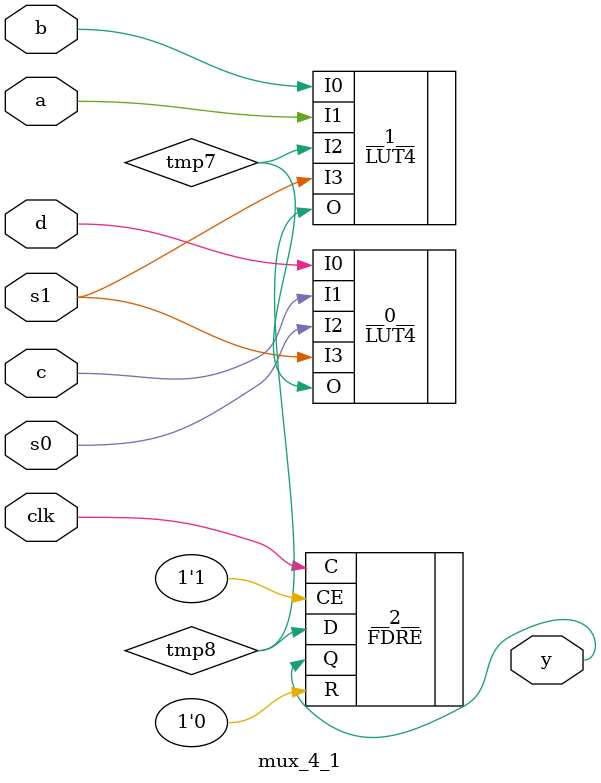
<source format=v>
module mux_4_1 (
    b,
    a,
    d,
    c,
    s0,
    s1,
    clk,
    y
);
  input b;
  wire b;
  input a;
  wire a;
  input d;
  wire d;
  input c;
  wire c;
  input s0;
  wire s0;
  input s1;
  wire s1;
  input clk;
  wire clk;
  output y;
  wire y;
  wire tmp7;
  wire tmp8;
  LUT4 #(
      .INIT(16'hf0ca)
  ) __0__ (
      .I0(d),
      .I1(c),
      .I2(s0),
      .I3(s1),
      .O(tmp7)
  );
  LUT4 #(
      .INIT(16'hcaf0)
  ) __1__ (
      .I0(b),
      .I1(a),
      .I2(tmp7),
      .I3(s1),
      .O(tmp8)
  );
  FDRE #(
      .INIT(1'hx)
  ) __2__ (
      .C(clk),
      .CE(1'h1),
      .D(tmp8),
      .R(1'h0),
      .Q(y)
  );
endmodule
</source>
